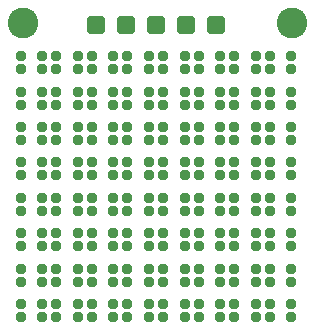
<source format=gts>
G04*
G04 #@! TF.GenerationSoftware,Altium Limited,Altium Designer,22.5.1 (42)*
G04*
G04 Layer_Color=8388736*
%FSLAX25Y25*%
%MOIN*%
G70*
G04*
G04 #@! TF.SameCoordinates,AC3B2383-AE7F-4156-BF80-1B445AE1BA2C*
G04*
G04*
G04 #@! TF.FilePolarity,Negative*
G04*
G01*
G75*
G04:AMPARAMS|DCode=13|XSize=31.56mil|YSize=31.56mil|CornerRadius=8.89mil|HoleSize=0mil|Usage=FLASHONLY|Rotation=0.000|XOffset=0mil|YOffset=0mil|HoleType=Round|Shape=RoundedRectangle|*
%AMROUNDEDRECTD13*
21,1,0.03156,0.01378,0,0,0.0*
21,1,0.01378,0.03156,0,0,0.0*
1,1,0.01778,0.00689,-0.00689*
1,1,0.01778,-0.00689,-0.00689*
1,1,0.01778,-0.00689,0.00689*
1,1,0.01778,0.00689,0.00689*
%
%ADD13ROUNDEDRECTD13*%
G04:AMPARAMS|DCode=14|XSize=63.06mil|YSize=63.06mil|CornerRadius=16.76mil|HoleSize=0mil|Usage=FLASHONLY|Rotation=0.000|XOffset=0mil|YOffset=0mil|HoleType=Round|Shape=RoundedRectangle|*
%AMROUNDEDRECTD14*
21,1,0.06306,0.02953,0,0,0.0*
21,1,0.02953,0.06306,0,0,0.0*
1,1,0.03353,0.01476,-0.01476*
1,1,0.03353,-0.01476,-0.01476*
1,1,0.03353,-0.01476,0.01476*
1,1,0.03353,0.01476,0.01476*
%
%ADD14ROUNDEDRECTD14*%
%ADD15C,0.10243*%
D13*
X27269Y99165D02*
D03*
Y94834D02*
D03*
X34474D02*
D03*
Y99165D02*
D03*
X62883Y87365D02*
D03*
Y83034D02*
D03*
X70088D02*
D03*
Y87365D02*
D03*
X51012D02*
D03*
Y83034D02*
D03*
X58217D02*
D03*
Y87365D02*
D03*
X74755D02*
D03*
Y83034D02*
D03*
X81959D02*
D03*
Y87365D02*
D03*
X86626D02*
D03*
Y83034D02*
D03*
X93831D02*
D03*
Y87365D02*
D03*
X98497Y99165D02*
D03*
Y94834D02*
D03*
X105702D02*
D03*
Y99165D02*
D03*
X98497Y87365D02*
D03*
Y83034D02*
D03*
X105702D02*
D03*
Y87365D02*
D03*
X74755Y99165D02*
D03*
Y94834D02*
D03*
X81959D02*
D03*
Y99165D02*
D03*
X86626D02*
D03*
Y94834D02*
D03*
X93831D02*
D03*
Y99165D02*
D03*
X62883D02*
D03*
Y94834D02*
D03*
X70088D02*
D03*
Y99165D02*
D03*
X51012D02*
D03*
Y94834D02*
D03*
X58217D02*
D03*
Y99165D02*
D03*
X15398Y75565D02*
D03*
Y71234D02*
D03*
X22602D02*
D03*
Y75565D02*
D03*
X15398Y40165D02*
D03*
Y35835D02*
D03*
X22602D02*
D03*
Y40165D02*
D03*
X15398Y51965D02*
D03*
Y47634D02*
D03*
X22602D02*
D03*
Y51965D02*
D03*
X15398Y63765D02*
D03*
Y59434D02*
D03*
X22602D02*
D03*
Y63765D02*
D03*
X15398Y87365D02*
D03*
Y83034D02*
D03*
X22602D02*
D03*
Y87365D02*
D03*
X15398Y99165D02*
D03*
Y94834D02*
D03*
X22602D02*
D03*
Y99165D02*
D03*
X15398Y16565D02*
D03*
Y12235D02*
D03*
X22602D02*
D03*
Y16565D02*
D03*
X15398Y28365D02*
D03*
Y24035D02*
D03*
X22602D02*
D03*
Y28365D02*
D03*
X39140Y99165D02*
D03*
Y94834D02*
D03*
X46345D02*
D03*
Y99165D02*
D03*
X39140Y75565D02*
D03*
Y71234D02*
D03*
X46345D02*
D03*
Y75565D02*
D03*
X39140Y87365D02*
D03*
Y83034D02*
D03*
X46345D02*
D03*
Y87365D02*
D03*
X27269D02*
D03*
Y83034D02*
D03*
X34474D02*
D03*
Y87365D02*
D03*
X27269Y75565D02*
D03*
Y71234D02*
D03*
X34474D02*
D03*
Y75565D02*
D03*
X27269Y63765D02*
D03*
Y59434D02*
D03*
X34474D02*
D03*
Y63765D02*
D03*
X39140D02*
D03*
Y59434D02*
D03*
X46345D02*
D03*
Y63765D02*
D03*
X39140Y40165D02*
D03*
Y35835D02*
D03*
X46345D02*
D03*
Y40165D02*
D03*
X39140Y51965D02*
D03*
Y47634D02*
D03*
X46345D02*
D03*
Y51965D02*
D03*
X39140Y16565D02*
D03*
Y12235D02*
D03*
X46345D02*
D03*
Y16565D02*
D03*
X27269D02*
D03*
Y12235D02*
D03*
X34474D02*
D03*
Y16565D02*
D03*
X27269Y51965D02*
D03*
Y47634D02*
D03*
X34474D02*
D03*
Y51965D02*
D03*
X27269Y40165D02*
D03*
Y35835D02*
D03*
X34474D02*
D03*
Y40165D02*
D03*
X27269Y28365D02*
D03*
Y24035D02*
D03*
X34474D02*
D03*
Y28365D02*
D03*
X39140D02*
D03*
Y24035D02*
D03*
X46345D02*
D03*
Y28365D02*
D03*
X98497Y40165D02*
D03*
Y35835D02*
D03*
X105702D02*
D03*
Y40165D02*
D03*
X86626Y28365D02*
D03*
Y24035D02*
D03*
X93831D02*
D03*
Y28365D02*
D03*
X86626Y40165D02*
D03*
Y35835D02*
D03*
X93831D02*
D03*
Y40165D02*
D03*
X51012D02*
D03*
Y35835D02*
D03*
X58217D02*
D03*
Y40165D02*
D03*
X62883D02*
D03*
Y35835D02*
D03*
X70088D02*
D03*
Y40165D02*
D03*
X74755D02*
D03*
Y35835D02*
D03*
X81959D02*
D03*
Y40165D02*
D03*
X74755Y51965D02*
D03*
Y47634D02*
D03*
X81959D02*
D03*
Y51965D02*
D03*
X62883D02*
D03*
Y47634D02*
D03*
X70088D02*
D03*
Y51965D02*
D03*
X98497D02*
D03*
Y47634D02*
D03*
X105702D02*
D03*
Y51965D02*
D03*
X86626D02*
D03*
Y47634D02*
D03*
X93831D02*
D03*
Y51965D02*
D03*
X62883Y63765D02*
D03*
Y59434D02*
D03*
X70088D02*
D03*
Y63765D02*
D03*
X51012Y51965D02*
D03*
Y47634D02*
D03*
X58217D02*
D03*
Y51965D02*
D03*
X51012Y63765D02*
D03*
Y59434D02*
D03*
X58217D02*
D03*
Y63765D02*
D03*
X98497Y75565D02*
D03*
Y71234D02*
D03*
X105702D02*
D03*
Y75565D02*
D03*
X98497Y63765D02*
D03*
Y59434D02*
D03*
X105702D02*
D03*
Y63765D02*
D03*
X62883Y16565D02*
D03*
Y12235D02*
D03*
X70088D02*
D03*
Y16565D02*
D03*
X74755Y63765D02*
D03*
Y59434D02*
D03*
X81959D02*
D03*
Y63765D02*
D03*
X86626D02*
D03*
Y59434D02*
D03*
X93831D02*
D03*
Y63765D02*
D03*
X86626Y75565D02*
D03*
Y71234D02*
D03*
X93831D02*
D03*
Y75565D02*
D03*
X74755D02*
D03*
Y71234D02*
D03*
X81959D02*
D03*
Y75565D02*
D03*
X62883D02*
D03*
Y71234D02*
D03*
X70088D02*
D03*
Y75565D02*
D03*
X51012D02*
D03*
Y71234D02*
D03*
X58217D02*
D03*
Y75565D02*
D03*
X74755Y28365D02*
D03*
Y24035D02*
D03*
X81959D02*
D03*
Y28365D02*
D03*
X62883D02*
D03*
Y24035D02*
D03*
X70088D02*
D03*
Y28365D02*
D03*
X51012D02*
D03*
Y24035D02*
D03*
X58217D02*
D03*
Y28365D02*
D03*
X51012Y16565D02*
D03*
Y12235D02*
D03*
X58217D02*
D03*
Y16565D02*
D03*
X98497Y28365D02*
D03*
Y24035D02*
D03*
X105702D02*
D03*
Y28365D02*
D03*
X98497Y16565D02*
D03*
Y12235D02*
D03*
X105702D02*
D03*
Y16565D02*
D03*
X74755D02*
D03*
Y12235D02*
D03*
X81959D02*
D03*
Y16565D02*
D03*
X86626D02*
D03*
Y12235D02*
D03*
X93831D02*
D03*
Y16565D02*
D03*
D14*
X80589Y109631D02*
D03*
X70589D02*
D03*
X60589D02*
D03*
X50589D02*
D03*
X40589D02*
D03*
D15*
X16158Y110132D02*
D03*
X105820D02*
D03*
M02*

</source>
